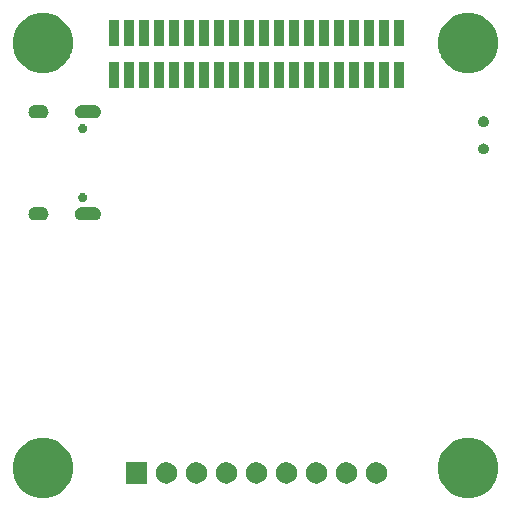
<source format=gbr>
G04 #@! TF.GenerationSoftware,KiCad,Pcbnew,(5.1.6)-1*
G04 #@! TF.CreationDate,2020-10-15T10:51:02+02:00*
G04 #@! TF.ProjectId,DynOSSAT-EDU-Comms,44796e4f-5353-4415-942d-4544552d436f,rev?*
G04 #@! TF.SameCoordinates,Original*
G04 #@! TF.FileFunction,Soldermask,Bot*
G04 #@! TF.FilePolarity,Negative*
%FSLAX46Y46*%
G04 Gerber Fmt 4.6, Leading zero omitted, Abs format (unit mm)*
G04 Created by KiCad (PCBNEW (5.1.6)-1) date 2020-10-15 10:51:02*
%MOMM*%
%LPD*%
G01*
G04 APERTURE LIST*
%ADD10C,0.100000*%
G04 APERTURE END LIST*
D10*
G36*
X167649098Y-125055033D02*
G01*
X168113350Y-125247332D01*
X168113352Y-125247333D01*
X168531168Y-125526509D01*
X168886491Y-125881832D01*
X169021575Y-126084000D01*
X169165668Y-126299650D01*
X169357967Y-126763902D01*
X169456000Y-127256747D01*
X169456000Y-127759253D01*
X169357967Y-128252098D01*
X169259941Y-128488754D01*
X169165667Y-128716352D01*
X168886491Y-129134168D01*
X168531168Y-129489491D01*
X168113352Y-129768667D01*
X168113351Y-129768668D01*
X168113350Y-129768668D01*
X167649098Y-129960967D01*
X167156253Y-130059000D01*
X166653747Y-130059000D01*
X166160902Y-129960967D01*
X165696650Y-129768668D01*
X165696649Y-129768668D01*
X165696648Y-129768667D01*
X165278832Y-129489491D01*
X164923509Y-129134168D01*
X164644333Y-128716352D01*
X164550059Y-128488754D01*
X164452033Y-128252098D01*
X164354000Y-127759253D01*
X164354000Y-127256747D01*
X164452033Y-126763902D01*
X164644332Y-126299650D01*
X164788425Y-126084000D01*
X164923509Y-125881832D01*
X165278832Y-125526509D01*
X165696648Y-125247333D01*
X165696650Y-125247332D01*
X166160902Y-125055033D01*
X166653747Y-124957000D01*
X167156253Y-124957000D01*
X167649098Y-125055033D01*
G37*
G36*
X131647098Y-125055033D02*
G01*
X132111350Y-125247332D01*
X132111352Y-125247333D01*
X132529168Y-125526509D01*
X132884491Y-125881832D01*
X133019575Y-126084000D01*
X133163668Y-126299650D01*
X133355967Y-126763902D01*
X133454000Y-127256747D01*
X133454000Y-127759253D01*
X133355967Y-128252098D01*
X133257941Y-128488754D01*
X133163667Y-128716352D01*
X132884491Y-129134168D01*
X132529168Y-129489491D01*
X132111352Y-129768667D01*
X132111351Y-129768668D01*
X132111350Y-129768668D01*
X131647098Y-129960967D01*
X131154253Y-130059000D01*
X130651747Y-130059000D01*
X130158902Y-129960967D01*
X129694650Y-129768668D01*
X129694649Y-129768668D01*
X129694648Y-129768667D01*
X129276832Y-129489491D01*
X128921509Y-129134168D01*
X128642333Y-128716352D01*
X128548059Y-128488754D01*
X128450033Y-128252098D01*
X128352000Y-127759253D01*
X128352000Y-127256747D01*
X128450033Y-126763902D01*
X128642332Y-126299650D01*
X128786425Y-126084000D01*
X128921509Y-125881832D01*
X129276832Y-125526509D01*
X129694648Y-125247333D01*
X129694650Y-125247332D01*
X130158902Y-125055033D01*
X130651747Y-124957000D01*
X131154253Y-124957000D01*
X131647098Y-125055033D01*
G37*
G36*
X151624512Y-127018327D02*
G01*
X151773812Y-127048024D01*
X151937784Y-127115944D01*
X152085354Y-127214547D01*
X152210853Y-127340046D01*
X152309456Y-127487616D01*
X152377376Y-127651588D01*
X152412000Y-127825659D01*
X152412000Y-128003141D01*
X152377376Y-128177212D01*
X152309456Y-128341184D01*
X152210853Y-128488754D01*
X152085354Y-128614253D01*
X151937784Y-128712856D01*
X151773812Y-128780776D01*
X151624512Y-128810473D01*
X151599742Y-128815400D01*
X151422258Y-128815400D01*
X151397488Y-128810473D01*
X151248188Y-128780776D01*
X151084216Y-128712856D01*
X150936646Y-128614253D01*
X150811147Y-128488754D01*
X150712544Y-128341184D01*
X150644624Y-128177212D01*
X150610000Y-128003141D01*
X150610000Y-127825659D01*
X150644624Y-127651588D01*
X150712544Y-127487616D01*
X150811147Y-127340046D01*
X150936646Y-127214547D01*
X151084216Y-127115944D01*
X151248188Y-127048024D01*
X151397488Y-127018327D01*
X151422258Y-127013400D01*
X151599742Y-127013400D01*
X151624512Y-127018327D01*
G37*
G36*
X159244512Y-127018327D02*
G01*
X159393812Y-127048024D01*
X159557784Y-127115944D01*
X159705354Y-127214547D01*
X159830853Y-127340046D01*
X159929456Y-127487616D01*
X159997376Y-127651588D01*
X160032000Y-127825659D01*
X160032000Y-128003141D01*
X159997376Y-128177212D01*
X159929456Y-128341184D01*
X159830853Y-128488754D01*
X159705354Y-128614253D01*
X159557784Y-128712856D01*
X159393812Y-128780776D01*
X159244512Y-128810473D01*
X159219742Y-128815400D01*
X159042258Y-128815400D01*
X159017488Y-128810473D01*
X158868188Y-128780776D01*
X158704216Y-128712856D01*
X158556646Y-128614253D01*
X158431147Y-128488754D01*
X158332544Y-128341184D01*
X158264624Y-128177212D01*
X158230000Y-128003141D01*
X158230000Y-127825659D01*
X158264624Y-127651588D01*
X158332544Y-127487616D01*
X158431147Y-127340046D01*
X158556646Y-127214547D01*
X158704216Y-127115944D01*
X158868188Y-127048024D01*
X159017488Y-127018327D01*
X159042258Y-127013400D01*
X159219742Y-127013400D01*
X159244512Y-127018327D01*
G37*
G36*
X139712000Y-128815400D02*
G01*
X137910000Y-128815400D01*
X137910000Y-127013400D01*
X139712000Y-127013400D01*
X139712000Y-128815400D01*
G37*
G36*
X141464512Y-127018327D02*
G01*
X141613812Y-127048024D01*
X141777784Y-127115944D01*
X141925354Y-127214547D01*
X142050853Y-127340046D01*
X142149456Y-127487616D01*
X142217376Y-127651588D01*
X142252000Y-127825659D01*
X142252000Y-128003141D01*
X142217376Y-128177212D01*
X142149456Y-128341184D01*
X142050853Y-128488754D01*
X141925354Y-128614253D01*
X141777784Y-128712856D01*
X141613812Y-128780776D01*
X141464512Y-128810473D01*
X141439742Y-128815400D01*
X141262258Y-128815400D01*
X141237488Y-128810473D01*
X141088188Y-128780776D01*
X140924216Y-128712856D01*
X140776646Y-128614253D01*
X140651147Y-128488754D01*
X140552544Y-128341184D01*
X140484624Y-128177212D01*
X140450000Y-128003141D01*
X140450000Y-127825659D01*
X140484624Y-127651588D01*
X140552544Y-127487616D01*
X140651147Y-127340046D01*
X140776646Y-127214547D01*
X140924216Y-127115944D01*
X141088188Y-127048024D01*
X141237488Y-127018327D01*
X141262258Y-127013400D01*
X141439742Y-127013400D01*
X141464512Y-127018327D01*
G37*
G36*
X144004512Y-127018327D02*
G01*
X144153812Y-127048024D01*
X144317784Y-127115944D01*
X144465354Y-127214547D01*
X144590853Y-127340046D01*
X144689456Y-127487616D01*
X144757376Y-127651588D01*
X144792000Y-127825659D01*
X144792000Y-128003141D01*
X144757376Y-128177212D01*
X144689456Y-128341184D01*
X144590853Y-128488754D01*
X144465354Y-128614253D01*
X144317784Y-128712856D01*
X144153812Y-128780776D01*
X144004512Y-128810473D01*
X143979742Y-128815400D01*
X143802258Y-128815400D01*
X143777488Y-128810473D01*
X143628188Y-128780776D01*
X143464216Y-128712856D01*
X143316646Y-128614253D01*
X143191147Y-128488754D01*
X143092544Y-128341184D01*
X143024624Y-128177212D01*
X142990000Y-128003141D01*
X142990000Y-127825659D01*
X143024624Y-127651588D01*
X143092544Y-127487616D01*
X143191147Y-127340046D01*
X143316646Y-127214547D01*
X143464216Y-127115944D01*
X143628188Y-127048024D01*
X143777488Y-127018327D01*
X143802258Y-127013400D01*
X143979742Y-127013400D01*
X144004512Y-127018327D01*
G37*
G36*
X146544512Y-127018327D02*
G01*
X146693812Y-127048024D01*
X146857784Y-127115944D01*
X147005354Y-127214547D01*
X147130853Y-127340046D01*
X147229456Y-127487616D01*
X147297376Y-127651588D01*
X147332000Y-127825659D01*
X147332000Y-128003141D01*
X147297376Y-128177212D01*
X147229456Y-128341184D01*
X147130853Y-128488754D01*
X147005354Y-128614253D01*
X146857784Y-128712856D01*
X146693812Y-128780776D01*
X146544512Y-128810473D01*
X146519742Y-128815400D01*
X146342258Y-128815400D01*
X146317488Y-128810473D01*
X146168188Y-128780776D01*
X146004216Y-128712856D01*
X145856646Y-128614253D01*
X145731147Y-128488754D01*
X145632544Y-128341184D01*
X145564624Y-128177212D01*
X145530000Y-128003141D01*
X145530000Y-127825659D01*
X145564624Y-127651588D01*
X145632544Y-127487616D01*
X145731147Y-127340046D01*
X145856646Y-127214547D01*
X146004216Y-127115944D01*
X146168188Y-127048024D01*
X146317488Y-127018327D01*
X146342258Y-127013400D01*
X146519742Y-127013400D01*
X146544512Y-127018327D01*
G37*
G36*
X149084512Y-127018327D02*
G01*
X149233812Y-127048024D01*
X149397784Y-127115944D01*
X149545354Y-127214547D01*
X149670853Y-127340046D01*
X149769456Y-127487616D01*
X149837376Y-127651588D01*
X149872000Y-127825659D01*
X149872000Y-128003141D01*
X149837376Y-128177212D01*
X149769456Y-128341184D01*
X149670853Y-128488754D01*
X149545354Y-128614253D01*
X149397784Y-128712856D01*
X149233812Y-128780776D01*
X149084512Y-128810473D01*
X149059742Y-128815400D01*
X148882258Y-128815400D01*
X148857488Y-128810473D01*
X148708188Y-128780776D01*
X148544216Y-128712856D01*
X148396646Y-128614253D01*
X148271147Y-128488754D01*
X148172544Y-128341184D01*
X148104624Y-128177212D01*
X148070000Y-128003141D01*
X148070000Y-127825659D01*
X148104624Y-127651588D01*
X148172544Y-127487616D01*
X148271147Y-127340046D01*
X148396646Y-127214547D01*
X148544216Y-127115944D01*
X148708188Y-127048024D01*
X148857488Y-127018327D01*
X148882258Y-127013400D01*
X149059742Y-127013400D01*
X149084512Y-127018327D01*
G37*
G36*
X154164512Y-127018327D02*
G01*
X154313812Y-127048024D01*
X154477784Y-127115944D01*
X154625354Y-127214547D01*
X154750853Y-127340046D01*
X154849456Y-127487616D01*
X154917376Y-127651588D01*
X154952000Y-127825659D01*
X154952000Y-128003141D01*
X154917376Y-128177212D01*
X154849456Y-128341184D01*
X154750853Y-128488754D01*
X154625354Y-128614253D01*
X154477784Y-128712856D01*
X154313812Y-128780776D01*
X154164512Y-128810473D01*
X154139742Y-128815400D01*
X153962258Y-128815400D01*
X153937488Y-128810473D01*
X153788188Y-128780776D01*
X153624216Y-128712856D01*
X153476646Y-128614253D01*
X153351147Y-128488754D01*
X153252544Y-128341184D01*
X153184624Y-128177212D01*
X153150000Y-128003141D01*
X153150000Y-127825659D01*
X153184624Y-127651588D01*
X153252544Y-127487616D01*
X153351147Y-127340046D01*
X153476646Y-127214547D01*
X153624216Y-127115944D01*
X153788188Y-127048024D01*
X153937488Y-127018327D01*
X153962258Y-127013400D01*
X154139742Y-127013400D01*
X154164512Y-127018327D01*
G37*
G36*
X156704512Y-127018327D02*
G01*
X156853812Y-127048024D01*
X157017784Y-127115944D01*
X157165354Y-127214547D01*
X157290853Y-127340046D01*
X157389456Y-127487616D01*
X157457376Y-127651588D01*
X157492000Y-127825659D01*
X157492000Y-128003141D01*
X157457376Y-128177212D01*
X157389456Y-128341184D01*
X157290853Y-128488754D01*
X157165354Y-128614253D01*
X157017784Y-128712856D01*
X156853812Y-128780776D01*
X156704512Y-128810473D01*
X156679742Y-128815400D01*
X156502258Y-128815400D01*
X156477488Y-128810473D01*
X156328188Y-128780776D01*
X156164216Y-128712856D01*
X156016646Y-128614253D01*
X155891147Y-128488754D01*
X155792544Y-128341184D01*
X155724624Y-128177212D01*
X155690000Y-128003141D01*
X155690000Y-127825659D01*
X155724624Y-127651588D01*
X155792544Y-127487616D01*
X155891147Y-127340046D01*
X156016646Y-127214547D01*
X156164216Y-127115944D01*
X156328188Y-127048024D01*
X156477488Y-127018327D01*
X156502258Y-127013400D01*
X156679742Y-127013400D01*
X156704512Y-127018327D01*
G37*
G36*
X135366915Y-105442473D02*
G01*
X135470779Y-105473979D01*
X135497955Y-105488505D01*
X135566500Y-105525143D01*
X135650401Y-105593999D01*
X135719257Y-105677900D01*
X135755895Y-105746445D01*
X135770421Y-105773621D01*
X135801927Y-105877485D01*
X135812566Y-105985500D01*
X135801927Y-106093515D01*
X135770421Y-106197379D01*
X135770419Y-106197382D01*
X135719257Y-106293100D01*
X135650401Y-106377001D01*
X135566500Y-106445857D01*
X135497955Y-106482495D01*
X135470779Y-106497021D01*
X135366915Y-106528527D01*
X135285967Y-106536500D01*
X134131833Y-106536500D01*
X134050885Y-106528527D01*
X133947021Y-106497021D01*
X133919845Y-106482495D01*
X133851300Y-106445857D01*
X133767399Y-106377001D01*
X133698543Y-106293100D01*
X133647381Y-106197382D01*
X133647379Y-106197379D01*
X133615873Y-106093515D01*
X133605234Y-105985500D01*
X133615873Y-105877485D01*
X133647379Y-105773621D01*
X133661905Y-105746445D01*
X133698543Y-105677900D01*
X133767399Y-105593999D01*
X133851300Y-105525143D01*
X133919845Y-105488505D01*
X133947021Y-105473979D01*
X134050885Y-105442473D01*
X134131833Y-105434500D01*
X135285967Y-105434500D01*
X135366915Y-105442473D01*
G37*
G36*
X130936915Y-105438473D02*
G01*
X131040779Y-105469979D01*
X131048262Y-105473979D01*
X131136500Y-105521143D01*
X131220401Y-105589999D01*
X131289257Y-105673900D01*
X131325895Y-105742445D01*
X131340421Y-105769621D01*
X131371927Y-105873485D01*
X131382566Y-105981500D01*
X131371927Y-106089515D01*
X131340421Y-106193379D01*
X131340419Y-106193382D01*
X131289257Y-106289100D01*
X131220401Y-106373001D01*
X131136500Y-106441857D01*
X131067955Y-106478495D01*
X131040779Y-106493021D01*
X130936915Y-106524527D01*
X130855967Y-106532500D01*
X130201833Y-106532500D01*
X130120885Y-106524527D01*
X130017021Y-106493021D01*
X129989845Y-106478495D01*
X129921300Y-106441857D01*
X129837399Y-106373001D01*
X129768543Y-106289100D01*
X129717381Y-106193382D01*
X129717379Y-106193379D01*
X129685873Y-106089515D01*
X129675234Y-105981500D01*
X129685873Y-105873485D01*
X129717379Y-105769621D01*
X129731905Y-105742445D01*
X129768543Y-105673900D01*
X129837399Y-105589999D01*
X129921300Y-105521143D01*
X130009538Y-105473979D01*
X130017021Y-105469979D01*
X130120885Y-105438473D01*
X130201833Y-105430500D01*
X130855967Y-105430500D01*
X130936915Y-105438473D01*
G37*
G36*
X134374072Y-104222949D02*
G01*
X134374074Y-104222950D01*
X134374075Y-104222950D01*
X134442503Y-104251293D01*
X134504086Y-104292442D01*
X134556458Y-104344814D01*
X134597607Y-104406397D01*
X134625950Y-104474825D01*
X134640400Y-104547467D01*
X134640400Y-104621533D01*
X134625950Y-104694175D01*
X134597607Y-104762603D01*
X134556458Y-104824186D01*
X134504086Y-104876558D01*
X134442503Y-104917707D01*
X134374075Y-104946050D01*
X134374074Y-104946050D01*
X134374072Y-104946051D01*
X134301434Y-104960500D01*
X134227366Y-104960500D01*
X134154728Y-104946051D01*
X134154726Y-104946050D01*
X134154725Y-104946050D01*
X134086297Y-104917707D01*
X134024714Y-104876558D01*
X133972342Y-104824186D01*
X133931193Y-104762603D01*
X133902850Y-104694175D01*
X133888400Y-104621533D01*
X133888400Y-104547467D01*
X133902850Y-104474825D01*
X133931193Y-104406397D01*
X133972342Y-104344814D01*
X134024714Y-104292442D01*
X134086297Y-104251293D01*
X134154725Y-104222950D01*
X134154726Y-104222950D01*
X134154728Y-104222949D01*
X134227366Y-104208500D01*
X134301434Y-104208500D01*
X134374072Y-104222949D01*
G37*
G36*
X168336552Y-100030331D02*
G01*
X168418627Y-100064328D01*
X168418629Y-100064329D01*
X168455813Y-100089175D01*
X168492495Y-100113685D01*
X168555315Y-100176505D01*
X168604672Y-100250373D01*
X168638669Y-100332448D01*
X168656000Y-100419579D01*
X168656000Y-100508421D01*
X168638669Y-100595552D01*
X168604672Y-100677627D01*
X168604671Y-100677629D01*
X168555314Y-100751496D01*
X168492496Y-100814314D01*
X168418629Y-100863671D01*
X168418628Y-100863672D01*
X168418627Y-100863672D01*
X168336552Y-100897669D01*
X168249421Y-100915000D01*
X168160579Y-100915000D01*
X168073448Y-100897669D01*
X167991373Y-100863672D01*
X167991372Y-100863672D01*
X167991371Y-100863671D01*
X167917504Y-100814314D01*
X167854686Y-100751496D01*
X167805329Y-100677629D01*
X167805328Y-100677627D01*
X167771331Y-100595552D01*
X167754000Y-100508421D01*
X167754000Y-100419579D01*
X167771331Y-100332448D01*
X167805328Y-100250373D01*
X167854685Y-100176505D01*
X167917505Y-100113685D01*
X167954187Y-100089175D01*
X167991371Y-100064329D01*
X167991373Y-100064328D01*
X168073448Y-100030331D01*
X168160579Y-100013000D01*
X168249421Y-100013000D01*
X168336552Y-100030331D01*
G37*
G36*
X134374072Y-98380949D02*
G01*
X134374074Y-98380950D01*
X134374075Y-98380950D01*
X134442503Y-98409293D01*
X134504086Y-98450442D01*
X134556458Y-98502814D01*
X134597607Y-98564397D01*
X134625950Y-98632825D01*
X134640400Y-98705467D01*
X134640400Y-98779533D01*
X134625950Y-98852175D01*
X134597607Y-98920603D01*
X134556458Y-98982186D01*
X134504086Y-99034558D01*
X134442503Y-99075707D01*
X134374075Y-99104050D01*
X134374074Y-99104050D01*
X134374072Y-99104051D01*
X134301434Y-99118500D01*
X134227366Y-99118500D01*
X134154728Y-99104051D01*
X134154726Y-99104050D01*
X134154725Y-99104050D01*
X134086297Y-99075707D01*
X134024714Y-99034558D01*
X133972342Y-98982186D01*
X133931193Y-98920603D01*
X133902850Y-98852175D01*
X133888400Y-98779533D01*
X133888400Y-98705467D01*
X133902850Y-98632825D01*
X133931193Y-98564397D01*
X133972342Y-98502814D01*
X134024714Y-98450442D01*
X134086297Y-98409293D01*
X134154725Y-98380950D01*
X134154726Y-98380950D01*
X134154728Y-98380949D01*
X134227366Y-98366500D01*
X134301434Y-98366500D01*
X134374072Y-98380949D01*
G37*
G36*
X168336552Y-97730331D02*
G01*
X168418627Y-97764328D01*
X168418629Y-97764329D01*
X168455813Y-97789175D01*
X168492495Y-97813685D01*
X168555315Y-97876505D01*
X168604672Y-97950373D01*
X168638669Y-98032448D01*
X168656000Y-98119579D01*
X168656000Y-98208421D01*
X168638669Y-98295552D01*
X168609281Y-98366500D01*
X168604671Y-98377629D01*
X168583513Y-98409294D01*
X168556019Y-98450442D01*
X168555314Y-98451496D01*
X168492496Y-98514314D01*
X168418629Y-98563671D01*
X168418628Y-98563672D01*
X168418627Y-98563672D01*
X168336552Y-98597669D01*
X168249421Y-98615000D01*
X168160579Y-98615000D01*
X168073448Y-98597669D01*
X167991373Y-98563672D01*
X167991372Y-98563672D01*
X167991371Y-98563671D01*
X167917504Y-98514314D01*
X167854686Y-98451496D01*
X167853982Y-98450442D01*
X167826487Y-98409294D01*
X167805329Y-98377629D01*
X167800719Y-98366500D01*
X167771331Y-98295552D01*
X167754000Y-98208421D01*
X167754000Y-98119579D01*
X167771331Y-98032448D01*
X167805328Y-97950373D01*
X167854685Y-97876505D01*
X167917505Y-97813685D01*
X167954187Y-97789175D01*
X167991371Y-97764329D01*
X167991373Y-97764328D01*
X168073448Y-97730331D01*
X168160579Y-97713000D01*
X168249421Y-97713000D01*
X168336552Y-97730331D01*
G37*
G36*
X135366915Y-96802473D02*
G01*
X135470779Y-96833979D01*
X135497955Y-96848505D01*
X135566500Y-96885143D01*
X135650401Y-96953999D01*
X135719257Y-97037900D01*
X135755895Y-97106445D01*
X135770421Y-97133621D01*
X135801927Y-97237485D01*
X135812566Y-97345500D01*
X135801927Y-97453515D01*
X135770421Y-97557379D01*
X135770419Y-97557382D01*
X135719257Y-97653100D01*
X135650401Y-97737001D01*
X135566500Y-97805857D01*
X135497955Y-97842495D01*
X135470779Y-97857021D01*
X135366915Y-97888527D01*
X135285967Y-97896500D01*
X134131833Y-97896500D01*
X134050885Y-97888527D01*
X133947021Y-97857021D01*
X133919845Y-97842495D01*
X133851300Y-97805857D01*
X133767399Y-97737001D01*
X133698543Y-97653100D01*
X133647381Y-97557382D01*
X133647379Y-97557379D01*
X133615873Y-97453515D01*
X133605234Y-97345500D01*
X133615873Y-97237485D01*
X133647379Y-97133621D01*
X133661905Y-97106445D01*
X133698543Y-97037900D01*
X133767399Y-96953999D01*
X133851300Y-96885143D01*
X133919845Y-96848505D01*
X133947021Y-96833979D01*
X134050885Y-96802473D01*
X134131833Y-96794500D01*
X135285967Y-96794500D01*
X135366915Y-96802473D01*
G37*
G36*
X130936915Y-96798473D02*
G01*
X131040779Y-96829979D01*
X131048262Y-96833979D01*
X131136500Y-96881143D01*
X131220401Y-96949999D01*
X131289257Y-97033900D01*
X131325895Y-97102445D01*
X131340421Y-97129621D01*
X131371927Y-97233485D01*
X131382566Y-97341500D01*
X131371927Y-97449515D01*
X131340421Y-97553379D01*
X131340419Y-97553382D01*
X131289257Y-97649100D01*
X131220401Y-97733001D01*
X131136500Y-97801857D01*
X131067955Y-97838495D01*
X131040779Y-97853021D01*
X130936915Y-97884527D01*
X130855967Y-97892500D01*
X130201833Y-97892500D01*
X130120885Y-97884527D01*
X130017021Y-97853021D01*
X129989845Y-97838495D01*
X129921300Y-97801857D01*
X129837399Y-97733001D01*
X129768543Y-97649100D01*
X129717381Y-97553382D01*
X129717379Y-97553379D01*
X129685873Y-97449515D01*
X129675234Y-97341500D01*
X129685873Y-97233485D01*
X129717379Y-97129621D01*
X129731905Y-97102445D01*
X129768543Y-97033900D01*
X129837399Y-96949999D01*
X129921300Y-96881143D01*
X130009538Y-96833979D01*
X130017021Y-96829979D01*
X130120885Y-96798473D01*
X130201833Y-96790500D01*
X130855967Y-96790500D01*
X130936915Y-96798473D01*
G37*
G36*
X161462000Y-95357000D02*
G01*
X160610000Y-95357000D01*
X160610000Y-93155000D01*
X161462000Y-93155000D01*
X161462000Y-95357000D01*
G37*
G36*
X158922000Y-95357000D02*
G01*
X158070000Y-95357000D01*
X158070000Y-93155000D01*
X158922000Y-93155000D01*
X158922000Y-95357000D01*
G37*
G36*
X157652000Y-95357000D02*
G01*
X156800000Y-95357000D01*
X156800000Y-93155000D01*
X157652000Y-93155000D01*
X157652000Y-95357000D01*
G37*
G36*
X156382000Y-95357000D02*
G01*
X155530000Y-95357000D01*
X155530000Y-93155000D01*
X156382000Y-93155000D01*
X156382000Y-95357000D01*
G37*
G36*
X155112000Y-95357000D02*
G01*
X154260000Y-95357000D01*
X154260000Y-93155000D01*
X155112000Y-93155000D01*
X155112000Y-95357000D01*
G37*
G36*
X137332000Y-95357000D02*
G01*
X136480000Y-95357000D01*
X136480000Y-93155000D01*
X137332000Y-93155000D01*
X137332000Y-95357000D01*
G37*
G36*
X153842000Y-95357000D02*
G01*
X152990000Y-95357000D01*
X152990000Y-93155000D01*
X153842000Y-93155000D01*
X153842000Y-95357000D01*
G37*
G36*
X138602000Y-95357000D02*
G01*
X137750000Y-95357000D01*
X137750000Y-93155000D01*
X138602000Y-93155000D01*
X138602000Y-95357000D01*
G37*
G36*
X152572000Y-95357000D02*
G01*
X151720000Y-95357000D01*
X151720000Y-93155000D01*
X152572000Y-93155000D01*
X152572000Y-95357000D01*
G37*
G36*
X139872000Y-95357000D02*
G01*
X139020000Y-95357000D01*
X139020000Y-93155000D01*
X139872000Y-93155000D01*
X139872000Y-95357000D01*
G37*
G36*
X141142000Y-95357000D02*
G01*
X140290000Y-95357000D01*
X140290000Y-93155000D01*
X141142000Y-93155000D01*
X141142000Y-95357000D01*
G37*
G36*
X150032000Y-95357000D02*
G01*
X149180000Y-95357000D01*
X149180000Y-93155000D01*
X150032000Y-93155000D01*
X150032000Y-95357000D01*
G37*
G36*
X142412000Y-95357000D02*
G01*
X141560000Y-95357000D01*
X141560000Y-93155000D01*
X142412000Y-93155000D01*
X142412000Y-95357000D01*
G37*
G36*
X148762000Y-95357000D02*
G01*
X147910000Y-95357000D01*
X147910000Y-93155000D01*
X148762000Y-93155000D01*
X148762000Y-95357000D01*
G37*
G36*
X143682000Y-95357000D02*
G01*
X142830000Y-95357000D01*
X142830000Y-93155000D01*
X143682000Y-93155000D01*
X143682000Y-95357000D01*
G37*
G36*
X147492000Y-95357000D02*
G01*
X146640000Y-95357000D01*
X146640000Y-93155000D01*
X147492000Y-93155000D01*
X147492000Y-95357000D01*
G37*
G36*
X144952000Y-95357000D02*
G01*
X144100000Y-95357000D01*
X144100000Y-93155000D01*
X144952000Y-93155000D01*
X144952000Y-95357000D01*
G37*
G36*
X160192000Y-95357000D02*
G01*
X159340000Y-95357000D01*
X159340000Y-93155000D01*
X160192000Y-93155000D01*
X160192000Y-95357000D01*
G37*
G36*
X146222000Y-95357000D02*
G01*
X145370000Y-95357000D01*
X145370000Y-93155000D01*
X146222000Y-93155000D01*
X146222000Y-95357000D01*
G37*
G36*
X151302000Y-95357000D02*
G01*
X150450000Y-95357000D01*
X150450000Y-93155000D01*
X151302000Y-93155000D01*
X151302000Y-95357000D01*
G37*
G36*
X131647098Y-89060033D02*
G01*
X132111350Y-89252332D01*
X132111352Y-89252333D01*
X132529168Y-89531509D01*
X132884491Y-89886832D01*
X133019575Y-90089000D01*
X133163668Y-90304650D01*
X133355967Y-90768902D01*
X133454000Y-91261747D01*
X133454000Y-91764253D01*
X133355967Y-92257098D01*
X133234093Y-92551329D01*
X133163667Y-92721352D01*
X132884491Y-93139168D01*
X132529168Y-93494491D01*
X132111352Y-93773667D01*
X132111351Y-93773668D01*
X132111350Y-93773668D01*
X131647098Y-93965967D01*
X131154253Y-94064000D01*
X130651747Y-94064000D01*
X130158902Y-93965967D01*
X129694650Y-93773668D01*
X129694649Y-93773668D01*
X129694648Y-93773667D01*
X129276832Y-93494491D01*
X128921509Y-93139168D01*
X128642333Y-92721352D01*
X128571907Y-92551329D01*
X128450033Y-92257098D01*
X128352000Y-91764253D01*
X128352000Y-91261747D01*
X128450033Y-90768902D01*
X128642332Y-90304650D01*
X128786425Y-90089000D01*
X128921509Y-89886832D01*
X129276832Y-89531509D01*
X129694648Y-89252333D01*
X129694650Y-89252332D01*
X130158902Y-89060033D01*
X130651747Y-88962000D01*
X131154253Y-88962000D01*
X131647098Y-89060033D01*
G37*
G36*
X167649098Y-89060033D02*
G01*
X168113350Y-89252332D01*
X168113352Y-89252333D01*
X168531168Y-89531509D01*
X168886491Y-89886832D01*
X169021575Y-90089000D01*
X169165668Y-90304650D01*
X169357967Y-90768902D01*
X169456000Y-91261747D01*
X169456000Y-91764253D01*
X169357967Y-92257098D01*
X169236093Y-92551329D01*
X169165667Y-92721352D01*
X168886491Y-93139168D01*
X168531168Y-93494491D01*
X168113352Y-93773667D01*
X168113351Y-93773668D01*
X168113350Y-93773668D01*
X167649098Y-93965967D01*
X167156253Y-94064000D01*
X166653747Y-94064000D01*
X166160902Y-93965967D01*
X165696650Y-93773668D01*
X165696649Y-93773668D01*
X165696648Y-93773667D01*
X165278832Y-93494491D01*
X164923509Y-93139168D01*
X164644333Y-92721352D01*
X164573907Y-92551329D01*
X164452033Y-92257098D01*
X164354000Y-91764253D01*
X164354000Y-91261747D01*
X164452033Y-90768902D01*
X164644332Y-90304650D01*
X164788425Y-90089000D01*
X164923509Y-89886832D01*
X165278832Y-89531509D01*
X165696648Y-89252333D01*
X165696650Y-89252332D01*
X166160902Y-89060033D01*
X166653747Y-88962000D01*
X167156253Y-88962000D01*
X167649098Y-89060033D01*
G37*
G36*
X160192000Y-91757000D02*
G01*
X159340000Y-91757000D01*
X159340000Y-89555000D01*
X160192000Y-89555000D01*
X160192000Y-91757000D01*
G37*
G36*
X156382000Y-91757000D02*
G01*
X155530000Y-91757000D01*
X155530000Y-89555000D01*
X156382000Y-89555000D01*
X156382000Y-91757000D01*
G37*
G36*
X155112000Y-91757000D02*
G01*
X154260000Y-91757000D01*
X154260000Y-89555000D01*
X155112000Y-89555000D01*
X155112000Y-91757000D01*
G37*
G36*
X152572000Y-91757000D02*
G01*
X151720000Y-91757000D01*
X151720000Y-89555000D01*
X152572000Y-89555000D01*
X152572000Y-91757000D01*
G37*
G36*
X157652000Y-91757000D02*
G01*
X156800000Y-91757000D01*
X156800000Y-89555000D01*
X157652000Y-89555000D01*
X157652000Y-91757000D01*
G37*
G36*
X151302000Y-91757000D02*
G01*
X150450000Y-91757000D01*
X150450000Y-89555000D01*
X151302000Y-89555000D01*
X151302000Y-91757000D01*
G37*
G36*
X158922000Y-91757000D02*
G01*
X158070000Y-91757000D01*
X158070000Y-89555000D01*
X158922000Y-89555000D01*
X158922000Y-91757000D01*
G37*
G36*
X153842000Y-91757000D02*
G01*
X152990000Y-91757000D01*
X152990000Y-89555000D01*
X153842000Y-89555000D01*
X153842000Y-91757000D01*
G37*
G36*
X161462000Y-91757000D02*
G01*
X160610000Y-91757000D01*
X160610000Y-89555000D01*
X161462000Y-89555000D01*
X161462000Y-91757000D01*
G37*
G36*
X148762000Y-91757000D02*
G01*
X147910000Y-91757000D01*
X147910000Y-89555000D01*
X148762000Y-89555000D01*
X148762000Y-91757000D01*
G37*
G36*
X147492000Y-91757000D02*
G01*
X146640000Y-91757000D01*
X146640000Y-89555000D01*
X147492000Y-89555000D01*
X147492000Y-91757000D01*
G37*
G36*
X146222000Y-91757000D02*
G01*
X145370000Y-91757000D01*
X145370000Y-89555000D01*
X146222000Y-89555000D01*
X146222000Y-91757000D01*
G37*
G36*
X144952000Y-91757000D02*
G01*
X144100000Y-91757000D01*
X144100000Y-89555000D01*
X144952000Y-89555000D01*
X144952000Y-91757000D01*
G37*
G36*
X150032000Y-91757000D02*
G01*
X149180000Y-91757000D01*
X149180000Y-89555000D01*
X150032000Y-89555000D01*
X150032000Y-91757000D01*
G37*
G36*
X142412000Y-91757000D02*
G01*
X141560000Y-91757000D01*
X141560000Y-89555000D01*
X142412000Y-89555000D01*
X142412000Y-91757000D01*
G37*
G36*
X141142000Y-91757000D02*
G01*
X140290000Y-91757000D01*
X140290000Y-89555000D01*
X141142000Y-89555000D01*
X141142000Y-91757000D01*
G37*
G36*
X139872000Y-91757000D02*
G01*
X139020000Y-91757000D01*
X139020000Y-89555000D01*
X139872000Y-89555000D01*
X139872000Y-91757000D01*
G37*
G36*
X138602000Y-91757000D02*
G01*
X137750000Y-91757000D01*
X137750000Y-89555000D01*
X138602000Y-89555000D01*
X138602000Y-91757000D01*
G37*
G36*
X137332000Y-91757000D02*
G01*
X136480000Y-91757000D01*
X136480000Y-89555000D01*
X137332000Y-89555000D01*
X137332000Y-91757000D01*
G37*
G36*
X143682000Y-91757000D02*
G01*
X142830000Y-91757000D01*
X142830000Y-89555000D01*
X143682000Y-89555000D01*
X143682000Y-91757000D01*
G37*
M02*

</source>
